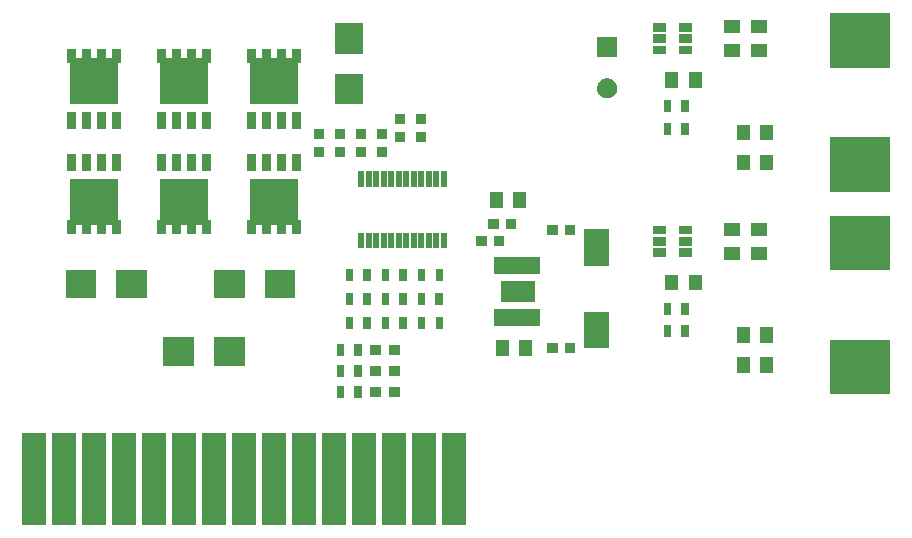
<source format=gbr>
G04 #@! TF.FileFunction,Soldermask,Top*
%FSLAX46Y46*%
G04 Gerber Fmt 4.6, Leading zero omitted, Abs format (unit mm)*
G04 Created by KiCad (PCBNEW 4.0.7) date Tuesday, March 06, 2018 'PMt' 12:34:16 PM*
%MOMM*%
%LPD*%
G01*
G04 APERTURE LIST*
%ADD10C,0.100000*%
G04 APERTURE END LIST*
D10*
G36*
X56882500Y-138480000D02*
X54877500Y-138480000D01*
X54877500Y-130760000D01*
X56882500Y-130760000D01*
X56882500Y-138480000D01*
X56882500Y-138480000D01*
G37*
G36*
X59422500Y-138480000D02*
X57417500Y-138480000D01*
X57417500Y-130760000D01*
X59422500Y-130760000D01*
X59422500Y-138480000D01*
X59422500Y-138480000D01*
G37*
G36*
X61962500Y-138480000D02*
X59957500Y-138480000D01*
X59957500Y-130760000D01*
X61962500Y-130760000D01*
X61962500Y-138480000D01*
X61962500Y-138480000D01*
G37*
G36*
X64502500Y-138480000D02*
X62497500Y-138480000D01*
X62497500Y-130760000D01*
X64502500Y-130760000D01*
X64502500Y-138480000D01*
X64502500Y-138480000D01*
G37*
G36*
X67042500Y-138480000D02*
X65037500Y-138480000D01*
X65037500Y-130760000D01*
X67042500Y-130760000D01*
X67042500Y-138480000D01*
X67042500Y-138480000D01*
G37*
G36*
X69582500Y-138480000D02*
X67577500Y-138480000D01*
X67577500Y-130760000D01*
X69582500Y-130760000D01*
X69582500Y-138480000D01*
X69582500Y-138480000D01*
G37*
G36*
X72122500Y-138480000D02*
X70117500Y-138480000D01*
X70117500Y-130760000D01*
X72122500Y-130760000D01*
X72122500Y-138480000D01*
X72122500Y-138480000D01*
G37*
G36*
X92442500Y-138480000D02*
X90437500Y-138480000D01*
X90437500Y-130760000D01*
X92442500Y-130760000D01*
X92442500Y-138480000D01*
X92442500Y-138480000D01*
G37*
G36*
X87362500Y-138480000D02*
X85357500Y-138480000D01*
X85357500Y-130760000D01*
X87362500Y-130760000D01*
X87362500Y-138480000D01*
X87362500Y-138480000D01*
G37*
G36*
X84822500Y-138480000D02*
X82817500Y-138480000D01*
X82817500Y-130760000D01*
X84822500Y-130760000D01*
X84822500Y-138480000D01*
X84822500Y-138480000D01*
G37*
G36*
X82282500Y-138480000D02*
X80277500Y-138480000D01*
X80277500Y-130760000D01*
X82282500Y-130760000D01*
X82282500Y-138480000D01*
X82282500Y-138480000D01*
G37*
G36*
X89902500Y-138480000D02*
X87897500Y-138480000D01*
X87897500Y-130760000D01*
X89902500Y-130760000D01*
X89902500Y-138480000D01*
X89902500Y-138480000D01*
G37*
G36*
X79742500Y-138480000D02*
X77737500Y-138480000D01*
X77737500Y-130760000D01*
X79742500Y-130760000D01*
X79742500Y-138480000D01*
X79742500Y-138480000D01*
G37*
G36*
X77202500Y-138480000D02*
X75197500Y-138480000D01*
X75197500Y-130760000D01*
X77202500Y-130760000D01*
X77202500Y-138480000D01*
X77202500Y-138480000D01*
G37*
G36*
X74662500Y-138480000D02*
X72657500Y-138480000D01*
X72657500Y-130760000D01*
X74662500Y-130760000D01*
X74662500Y-138480000D01*
X74662500Y-138480000D01*
G37*
G36*
X82100000Y-127754000D02*
X81500000Y-127754000D01*
X81500000Y-126754000D01*
X82100000Y-126754000D01*
X82100000Y-127754000D01*
X82100000Y-127754000D01*
G37*
G36*
X83600000Y-127754000D02*
X83000000Y-127754000D01*
X83000000Y-126754000D01*
X83600000Y-126754000D01*
X83600000Y-127754000D01*
X83600000Y-127754000D01*
G37*
G36*
X86848000Y-127704000D02*
X85948000Y-127704000D01*
X85948000Y-126804000D01*
X86848000Y-126804000D01*
X86848000Y-127704000D01*
X86848000Y-127704000D01*
G37*
G36*
X85248000Y-127704000D02*
X84348000Y-127704000D01*
X84348000Y-126804000D01*
X85248000Y-126804000D01*
X85248000Y-127704000D01*
X85248000Y-127704000D01*
G37*
G36*
X128343500Y-127438000D02*
X123243500Y-127438000D01*
X123243500Y-122838000D01*
X128343500Y-122838000D01*
X128343500Y-127438000D01*
X128343500Y-127438000D01*
G37*
G36*
X83600000Y-125976000D02*
X83000000Y-125976000D01*
X83000000Y-124976000D01*
X83600000Y-124976000D01*
X83600000Y-125976000D01*
X83600000Y-125976000D01*
G37*
G36*
X82100000Y-125976000D02*
X81500000Y-125976000D01*
X81500000Y-124976000D01*
X82100000Y-124976000D01*
X82100000Y-125976000D01*
X82100000Y-125976000D01*
G37*
G36*
X86848000Y-125926000D02*
X85948000Y-125926000D01*
X85948000Y-125026000D01*
X86848000Y-125026000D01*
X86848000Y-125926000D01*
X86848000Y-125926000D01*
G37*
G36*
X85248000Y-125926000D02*
X84348000Y-125926000D01*
X84348000Y-125026000D01*
X85248000Y-125026000D01*
X85248000Y-125926000D01*
X85248000Y-125926000D01*
G37*
G36*
X116453500Y-125643000D02*
X115353500Y-125643000D01*
X115353500Y-124293000D01*
X116453500Y-124293000D01*
X116453500Y-125643000D01*
X116453500Y-125643000D01*
G37*
G36*
X118453500Y-125643000D02*
X117353500Y-125643000D01*
X117353500Y-124293000D01*
X118453500Y-124293000D01*
X118453500Y-125643000D01*
X118453500Y-125643000D01*
G37*
G36*
X69390000Y-125025000D02*
X66790000Y-125025000D01*
X66790000Y-122625000D01*
X69390000Y-122625000D01*
X69390000Y-125025000D01*
X69390000Y-125025000D01*
G37*
G36*
X73690000Y-125025000D02*
X71090000Y-125025000D01*
X71090000Y-122625000D01*
X73690000Y-122625000D01*
X73690000Y-125025000D01*
X73690000Y-125025000D01*
G37*
G36*
X83600000Y-124198000D02*
X83000000Y-124198000D01*
X83000000Y-123198000D01*
X83600000Y-123198000D01*
X83600000Y-124198000D01*
X83600000Y-124198000D01*
G37*
G36*
X82100000Y-124198000D02*
X81500000Y-124198000D01*
X81500000Y-123198000D01*
X82100000Y-123198000D01*
X82100000Y-124198000D01*
X82100000Y-124198000D01*
G37*
G36*
X98050000Y-124175000D02*
X96950000Y-124175000D01*
X96950000Y-122825000D01*
X98050000Y-122825000D01*
X98050000Y-124175000D01*
X98050000Y-124175000D01*
G37*
G36*
X96050000Y-124175000D02*
X94950000Y-124175000D01*
X94950000Y-122825000D01*
X96050000Y-122825000D01*
X96050000Y-124175000D01*
X96050000Y-124175000D01*
G37*
G36*
X86848000Y-124148000D02*
X85948000Y-124148000D01*
X85948000Y-123248000D01*
X86848000Y-123248000D01*
X86848000Y-124148000D01*
X86848000Y-124148000D01*
G37*
G36*
X85248000Y-124148000D02*
X84348000Y-124148000D01*
X84348000Y-123248000D01*
X85248000Y-123248000D01*
X85248000Y-124148000D01*
X85248000Y-124148000D01*
G37*
G36*
X101700000Y-123925000D02*
X100800000Y-123925000D01*
X100800000Y-123075000D01*
X101700000Y-123075000D01*
X101700000Y-123925000D01*
X101700000Y-123925000D01*
G37*
G36*
X100200000Y-123925000D02*
X99300000Y-123925000D01*
X99300000Y-123075000D01*
X100200000Y-123075000D01*
X100200000Y-123925000D01*
X100200000Y-123925000D01*
G37*
G36*
X104550000Y-123550000D02*
X102450000Y-123550000D01*
X102450000Y-120450000D01*
X104550000Y-120450000D01*
X104550000Y-123550000D01*
X104550000Y-123550000D01*
G37*
G36*
X116453500Y-123103000D02*
X115353500Y-123103000D01*
X115353500Y-121753000D01*
X116453500Y-121753000D01*
X116453500Y-123103000D01*
X116453500Y-123103000D01*
G37*
G36*
X118453500Y-123103000D02*
X117353500Y-123103000D01*
X117353500Y-121753000D01*
X118453500Y-121753000D01*
X118453500Y-123103000D01*
X118453500Y-123103000D01*
G37*
G36*
X111286000Y-122610500D02*
X110686000Y-122610500D01*
X110686000Y-121610500D01*
X111286000Y-121610500D01*
X111286000Y-122610500D01*
X111286000Y-122610500D01*
G37*
G36*
X109786000Y-122610500D02*
X109186000Y-122610500D01*
X109186000Y-121610500D01*
X109786000Y-121610500D01*
X109786000Y-122610500D01*
X109786000Y-122610500D01*
G37*
G36*
X90510000Y-121912000D02*
X89910000Y-121912000D01*
X89910000Y-120912000D01*
X90510000Y-120912000D01*
X90510000Y-121912000D01*
X90510000Y-121912000D01*
G37*
G36*
X89010000Y-121912000D02*
X88410000Y-121912000D01*
X88410000Y-120912000D01*
X89010000Y-120912000D01*
X89010000Y-121912000D01*
X89010000Y-121912000D01*
G37*
G36*
X87410000Y-121912000D02*
X86810000Y-121912000D01*
X86810000Y-120912000D01*
X87410000Y-120912000D01*
X87410000Y-121912000D01*
X87410000Y-121912000D01*
G37*
G36*
X85910000Y-121912000D02*
X85310000Y-121912000D01*
X85310000Y-120912000D01*
X85910000Y-120912000D01*
X85910000Y-121912000D01*
X85910000Y-121912000D01*
G37*
G36*
X84362000Y-121912000D02*
X83762000Y-121912000D01*
X83762000Y-120912000D01*
X84362000Y-120912000D01*
X84362000Y-121912000D01*
X84362000Y-121912000D01*
G37*
G36*
X82862000Y-121912000D02*
X82262000Y-121912000D01*
X82262000Y-120912000D01*
X82862000Y-120912000D01*
X82862000Y-121912000D01*
X82862000Y-121912000D01*
G37*
G36*
X98700000Y-121700000D02*
X94800000Y-121700000D01*
X94800000Y-120200000D01*
X98700000Y-120200000D01*
X98700000Y-121700000D01*
X98700000Y-121700000D01*
G37*
G36*
X111286000Y-120705500D02*
X110686000Y-120705500D01*
X110686000Y-119705500D01*
X111286000Y-119705500D01*
X111286000Y-120705500D01*
X111286000Y-120705500D01*
G37*
G36*
X109786000Y-120705500D02*
X109186000Y-120705500D01*
X109186000Y-119705500D01*
X109786000Y-119705500D01*
X109786000Y-120705500D01*
X109786000Y-120705500D01*
G37*
G36*
X88958000Y-119880000D02*
X88358000Y-119880000D01*
X88358000Y-118880000D01*
X88958000Y-118880000D01*
X88958000Y-119880000D01*
X88958000Y-119880000D01*
G37*
G36*
X90458000Y-119880000D02*
X89858000Y-119880000D01*
X89858000Y-118880000D01*
X90458000Y-118880000D01*
X90458000Y-119880000D01*
X90458000Y-119880000D01*
G37*
G36*
X87410000Y-119880000D02*
X86810000Y-119880000D01*
X86810000Y-118880000D01*
X87410000Y-118880000D01*
X87410000Y-119880000D01*
X87410000Y-119880000D01*
G37*
G36*
X85910000Y-119880000D02*
X85310000Y-119880000D01*
X85310000Y-118880000D01*
X85910000Y-118880000D01*
X85910000Y-119880000D01*
X85910000Y-119880000D01*
G37*
G36*
X84362000Y-119880000D02*
X83762000Y-119880000D01*
X83762000Y-118880000D01*
X84362000Y-118880000D01*
X84362000Y-119880000D01*
X84362000Y-119880000D01*
G37*
G36*
X82862000Y-119880000D02*
X82262000Y-119880000D01*
X82262000Y-118880000D01*
X82862000Y-118880000D01*
X82862000Y-119880000D01*
X82862000Y-119880000D01*
G37*
G36*
X98325000Y-119625000D02*
X95375000Y-119625000D01*
X95375000Y-117875000D01*
X98325000Y-117875000D01*
X98325000Y-119625000D01*
X98325000Y-119625000D01*
G37*
G36*
X77990000Y-119310000D02*
X75390000Y-119310000D01*
X75390000Y-116910000D01*
X77990000Y-116910000D01*
X77990000Y-119310000D01*
X77990000Y-119310000D01*
G37*
G36*
X73690000Y-119310000D02*
X71090000Y-119310000D01*
X71090000Y-116910000D01*
X73690000Y-116910000D01*
X73690000Y-119310000D01*
X73690000Y-119310000D01*
G37*
G36*
X65435000Y-119310000D02*
X62835000Y-119310000D01*
X62835000Y-116910000D01*
X65435000Y-116910000D01*
X65435000Y-119310000D01*
X65435000Y-119310000D01*
G37*
G36*
X61135000Y-119310000D02*
X58535000Y-119310000D01*
X58535000Y-116910000D01*
X61135000Y-116910000D01*
X61135000Y-119310000D01*
X61135000Y-119310000D01*
G37*
G36*
X112421000Y-118658000D02*
X111321000Y-118658000D01*
X111321000Y-117308000D01*
X112421000Y-117308000D01*
X112421000Y-118658000D01*
X112421000Y-118658000D01*
G37*
G36*
X110421000Y-118658000D02*
X109321000Y-118658000D01*
X109321000Y-117308000D01*
X110421000Y-117308000D01*
X110421000Y-118658000D01*
X110421000Y-118658000D01*
G37*
G36*
X84362000Y-117848000D02*
X83762000Y-117848000D01*
X83762000Y-116848000D01*
X84362000Y-116848000D01*
X84362000Y-117848000D01*
X84362000Y-117848000D01*
G37*
G36*
X87410000Y-117848000D02*
X86810000Y-117848000D01*
X86810000Y-116848000D01*
X87410000Y-116848000D01*
X87410000Y-117848000D01*
X87410000Y-117848000D01*
G37*
G36*
X82862000Y-117848000D02*
X82262000Y-117848000D01*
X82262000Y-116848000D01*
X82862000Y-116848000D01*
X82862000Y-117848000D01*
X82862000Y-117848000D01*
G37*
G36*
X90480000Y-117848000D02*
X89880000Y-117848000D01*
X89880000Y-116848000D01*
X90480000Y-116848000D01*
X90480000Y-117848000D01*
X90480000Y-117848000D01*
G37*
G36*
X85910000Y-117848000D02*
X85310000Y-117848000D01*
X85310000Y-116848000D01*
X85910000Y-116848000D01*
X85910000Y-117848000D01*
X85910000Y-117848000D01*
G37*
G36*
X88980000Y-117848000D02*
X88380000Y-117848000D01*
X88380000Y-116848000D01*
X88980000Y-116848000D01*
X88980000Y-117848000D01*
X88980000Y-117848000D01*
G37*
G36*
X98700000Y-117300000D02*
X94800000Y-117300000D01*
X94800000Y-115800000D01*
X98700000Y-115800000D01*
X98700000Y-117300000D01*
X98700000Y-117300000D01*
G37*
G36*
X128343500Y-116938000D02*
X123243500Y-116938000D01*
X123243500Y-112338000D01*
X128343500Y-112338000D01*
X128343500Y-116938000D01*
X128343500Y-116938000D01*
G37*
G36*
X104550000Y-116550000D02*
X102450000Y-116550000D01*
X102450000Y-113450000D01*
X104550000Y-113450000D01*
X104550000Y-116550000D01*
X104550000Y-116550000D01*
G37*
G36*
X115673500Y-116040500D02*
X114323500Y-116040500D01*
X114323500Y-114940500D01*
X115673500Y-114940500D01*
X115673500Y-116040500D01*
X115673500Y-116040500D01*
G37*
G36*
X117896000Y-116040500D02*
X116546000Y-116040500D01*
X116546000Y-114940500D01*
X117896000Y-114940500D01*
X117896000Y-116040500D01*
X117896000Y-116040500D01*
G37*
G36*
X111598500Y-115815500D02*
X110438500Y-115815500D01*
X110438500Y-115065500D01*
X111598500Y-115065500D01*
X111598500Y-115815500D01*
X111598500Y-115815500D01*
G37*
G36*
X109398500Y-115815500D02*
X108238500Y-115815500D01*
X108238500Y-115065500D01*
X109398500Y-115065500D01*
X109398500Y-115815500D01*
X109398500Y-115815500D01*
G37*
G36*
X83816000Y-115070000D02*
X83316000Y-115070000D01*
X83316000Y-113770000D01*
X83816000Y-113770000D01*
X83816000Y-115070000D01*
X83816000Y-115070000D01*
G37*
G36*
X84451000Y-115070000D02*
X83951000Y-115070000D01*
X83951000Y-113770000D01*
X84451000Y-113770000D01*
X84451000Y-115070000D01*
X84451000Y-115070000D01*
G37*
G36*
X85086000Y-115070000D02*
X84586000Y-115070000D01*
X84586000Y-113770000D01*
X85086000Y-113770000D01*
X85086000Y-115070000D01*
X85086000Y-115070000D01*
G37*
G36*
X85721000Y-115070000D02*
X85221000Y-115070000D01*
X85221000Y-113770000D01*
X85721000Y-113770000D01*
X85721000Y-115070000D01*
X85721000Y-115070000D01*
G37*
G36*
X86356000Y-115070000D02*
X85856000Y-115070000D01*
X85856000Y-113770000D01*
X86356000Y-113770000D01*
X86356000Y-115070000D01*
X86356000Y-115070000D01*
G37*
G36*
X86991000Y-115070000D02*
X86491000Y-115070000D01*
X86491000Y-113770000D01*
X86991000Y-113770000D01*
X86991000Y-115070000D01*
X86991000Y-115070000D01*
G37*
G36*
X87626000Y-115070000D02*
X87126000Y-115070000D01*
X87126000Y-113770000D01*
X87626000Y-113770000D01*
X87626000Y-115070000D01*
X87626000Y-115070000D01*
G37*
G36*
X88261000Y-115070000D02*
X87761000Y-115070000D01*
X87761000Y-113770000D01*
X88261000Y-113770000D01*
X88261000Y-115070000D01*
X88261000Y-115070000D01*
G37*
G36*
X88896000Y-115070000D02*
X88396000Y-115070000D01*
X88396000Y-113770000D01*
X88896000Y-113770000D01*
X88896000Y-115070000D01*
X88896000Y-115070000D01*
G37*
G36*
X89531000Y-115070000D02*
X89031000Y-115070000D01*
X89031000Y-113770000D01*
X89531000Y-113770000D01*
X89531000Y-115070000D01*
X89531000Y-115070000D01*
G37*
G36*
X90166000Y-115070000D02*
X89666000Y-115070000D01*
X89666000Y-113770000D01*
X90166000Y-113770000D01*
X90166000Y-115070000D01*
X90166000Y-115070000D01*
G37*
G36*
X90801000Y-115070000D02*
X90301000Y-115070000D01*
X90301000Y-113770000D01*
X90801000Y-113770000D01*
X90801000Y-115070000D01*
X90801000Y-115070000D01*
G37*
G36*
X94200000Y-114925000D02*
X93300000Y-114925000D01*
X93300000Y-114075000D01*
X94200000Y-114075000D01*
X94200000Y-114925000D01*
X94200000Y-114925000D01*
G37*
G36*
X95700000Y-114925000D02*
X94800000Y-114925000D01*
X94800000Y-114075000D01*
X95700000Y-114075000D01*
X95700000Y-114925000D01*
X95700000Y-114925000D01*
G37*
G36*
X109398500Y-114865500D02*
X108238500Y-114865500D01*
X108238500Y-114115500D01*
X109398500Y-114115500D01*
X109398500Y-114865500D01*
X109398500Y-114865500D01*
G37*
G36*
X111598500Y-114865500D02*
X110438500Y-114865500D01*
X110438500Y-114115500D01*
X111598500Y-114115500D01*
X111598500Y-114865500D01*
X111598500Y-114865500D01*
G37*
G36*
X117896000Y-114040500D02*
X116546000Y-114040500D01*
X116546000Y-112940500D01*
X117896000Y-112940500D01*
X117896000Y-114040500D01*
X117896000Y-114040500D01*
G37*
G36*
X115673500Y-114040500D02*
X114323500Y-114040500D01*
X114323500Y-112940500D01*
X115673500Y-112940500D01*
X115673500Y-114040500D01*
X115673500Y-114040500D01*
G37*
G36*
X100200000Y-113925000D02*
X99300000Y-113925000D01*
X99300000Y-113075000D01*
X100200000Y-113075000D01*
X100200000Y-113925000D01*
X100200000Y-113925000D01*
G37*
G36*
X101700000Y-113925000D02*
X100800000Y-113925000D01*
X100800000Y-113075000D01*
X101700000Y-113075000D01*
X101700000Y-113925000D01*
X101700000Y-113925000D01*
G37*
G36*
X109398500Y-113915500D02*
X108238500Y-113915500D01*
X108238500Y-113165500D01*
X109398500Y-113165500D01*
X109398500Y-113915500D01*
X109398500Y-113915500D01*
G37*
G36*
X111598500Y-113915500D02*
X110438500Y-113915500D01*
X110438500Y-113165500D01*
X111598500Y-113165500D01*
X111598500Y-113915500D01*
X111598500Y-113915500D01*
G37*
G36*
X70585000Y-112675000D02*
X70586980Y-112688930D01*
X70592761Y-112701756D01*
X70601888Y-112712464D01*
X70613636Y-112720206D01*
X70627076Y-112724368D01*
X70635000Y-112725000D01*
X70840000Y-112725000D01*
X70840000Y-113845000D01*
X70130000Y-113845000D01*
X70130000Y-113185000D01*
X70128020Y-113171070D01*
X70122239Y-113158244D01*
X70113112Y-113147536D01*
X70101364Y-113139794D01*
X70087924Y-113135632D01*
X70080000Y-113135000D01*
X69620000Y-113135000D01*
X69606070Y-113136980D01*
X69593244Y-113142761D01*
X69582536Y-113151888D01*
X69574794Y-113163636D01*
X69570632Y-113177076D01*
X69570000Y-113185000D01*
X69570000Y-113845000D01*
X68860000Y-113845000D01*
X68860000Y-113185000D01*
X68858020Y-113171070D01*
X68852239Y-113158244D01*
X68843112Y-113147536D01*
X68831364Y-113139794D01*
X68817924Y-113135632D01*
X68810000Y-113135000D01*
X68350000Y-113135000D01*
X68336070Y-113136980D01*
X68323244Y-113142761D01*
X68312536Y-113151888D01*
X68304794Y-113163636D01*
X68300632Y-113177076D01*
X68300000Y-113185000D01*
X68300000Y-113845000D01*
X67590000Y-113845000D01*
X67590000Y-113185000D01*
X67588020Y-113171070D01*
X67582239Y-113158244D01*
X67573112Y-113147536D01*
X67561364Y-113139794D01*
X67547924Y-113135632D01*
X67540000Y-113135000D01*
X67080000Y-113135000D01*
X67066070Y-113136980D01*
X67053244Y-113142761D01*
X67042536Y-113151888D01*
X67034794Y-113163636D01*
X67030632Y-113177076D01*
X67030000Y-113185000D01*
X67030000Y-113845000D01*
X66320000Y-113845000D01*
X66320000Y-112725000D01*
X66525000Y-112725000D01*
X66538930Y-112723020D01*
X66551756Y-112717239D01*
X66562464Y-112708112D01*
X66570206Y-112696364D01*
X66574368Y-112682924D01*
X66575000Y-112675000D01*
X66575000Y-109225000D01*
X70585000Y-109225000D01*
X70585000Y-112675000D01*
X70585000Y-112675000D01*
G37*
G36*
X78205000Y-112675000D02*
X78206980Y-112688930D01*
X78212761Y-112701756D01*
X78221888Y-112712464D01*
X78233636Y-112720206D01*
X78247076Y-112724368D01*
X78255000Y-112725000D01*
X78460000Y-112725000D01*
X78460000Y-113845000D01*
X77750000Y-113845000D01*
X77750000Y-113185000D01*
X77748020Y-113171070D01*
X77742239Y-113158244D01*
X77733112Y-113147536D01*
X77721364Y-113139794D01*
X77707924Y-113135632D01*
X77700000Y-113135000D01*
X77240000Y-113135000D01*
X77226070Y-113136980D01*
X77213244Y-113142761D01*
X77202536Y-113151888D01*
X77194794Y-113163636D01*
X77190632Y-113177076D01*
X77190000Y-113185000D01*
X77190000Y-113845000D01*
X76480000Y-113845000D01*
X76480000Y-113185000D01*
X76478020Y-113171070D01*
X76472239Y-113158244D01*
X76463112Y-113147536D01*
X76451364Y-113139794D01*
X76437924Y-113135632D01*
X76430000Y-113135000D01*
X75970000Y-113135000D01*
X75956070Y-113136980D01*
X75943244Y-113142761D01*
X75932536Y-113151888D01*
X75924794Y-113163636D01*
X75920632Y-113177076D01*
X75920000Y-113185000D01*
X75920000Y-113845000D01*
X75210000Y-113845000D01*
X75210000Y-113185000D01*
X75208020Y-113171070D01*
X75202239Y-113158244D01*
X75193112Y-113147536D01*
X75181364Y-113139794D01*
X75167924Y-113135632D01*
X75160000Y-113135000D01*
X74700000Y-113135000D01*
X74686070Y-113136980D01*
X74673244Y-113142761D01*
X74662536Y-113151888D01*
X74654794Y-113163636D01*
X74650632Y-113177076D01*
X74650000Y-113185000D01*
X74650000Y-113845000D01*
X73940000Y-113845000D01*
X73940000Y-112725000D01*
X74145000Y-112725000D01*
X74158930Y-112723020D01*
X74171756Y-112717239D01*
X74182464Y-112708112D01*
X74190206Y-112696364D01*
X74194368Y-112682924D01*
X74195000Y-112675000D01*
X74195000Y-109225000D01*
X78205000Y-109225000D01*
X78205000Y-112675000D01*
X78205000Y-112675000D01*
G37*
G36*
X62965000Y-112675000D02*
X62966980Y-112688930D01*
X62972761Y-112701756D01*
X62981888Y-112712464D01*
X62993636Y-112720206D01*
X63007076Y-112724368D01*
X63015000Y-112725000D01*
X63220000Y-112725000D01*
X63220000Y-113845000D01*
X62510000Y-113845000D01*
X62510000Y-113185000D01*
X62508020Y-113171070D01*
X62502239Y-113158244D01*
X62493112Y-113147536D01*
X62481364Y-113139794D01*
X62467924Y-113135632D01*
X62460000Y-113135000D01*
X62000000Y-113135000D01*
X61986070Y-113136980D01*
X61973244Y-113142761D01*
X61962536Y-113151888D01*
X61954794Y-113163636D01*
X61950632Y-113177076D01*
X61950000Y-113185000D01*
X61950000Y-113845000D01*
X61240000Y-113845000D01*
X61240000Y-113185000D01*
X61238020Y-113171070D01*
X61232239Y-113158244D01*
X61223112Y-113147536D01*
X61211364Y-113139794D01*
X61197924Y-113135632D01*
X61190000Y-113135000D01*
X60730000Y-113135000D01*
X60716070Y-113136980D01*
X60703244Y-113142761D01*
X60692536Y-113151888D01*
X60684794Y-113163636D01*
X60680632Y-113177076D01*
X60680000Y-113185000D01*
X60680000Y-113845000D01*
X59970000Y-113845000D01*
X59970000Y-113185000D01*
X59968020Y-113171070D01*
X59962239Y-113158244D01*
X59953112Y-113147536D01*
X59941364Y-113139794D01*
X59927924Y-113135632D01*
X59920000Y-113135000D01*
X59460000Y-113135000D01*
X59446070Y-113136980D01*
X59433244Y-113142761D01*
X59422536Y-113151888D01*
X59414794Y-113163636D01*
X59410632Y-113177076D01*
X59410000Y-113185000D01*
X59410000Y-113845000D01*
X58700000Y-113845000D01*
X58700000Y-112725000D01*
X58905000Y-112725000D01*
X58918930Y-112723020D01*
X58931756Y-112717239D01*
X58942464Y-112708112D01*
X58950206Y-112696364D01*
X58954368Y-112682924D01*
X58955000Y-112675000D01*
X58955000Y-109225000D01*
X62965000Y-109225000D01*
X62965000Y-112675000D01*
X62965000Y-112675000D01*
G37*
G36*
X96700000Y-113425000D02*
X95800000Y-113425000D01*
X95800000Y-112575000D01*
X96700000Y-112575000D01*
X96700000Y-113425000D01*
X96700000Y-113425000D01*
G37*
G36*
X95200000Y-113425000D02*
X94300000Y-113425000D01*
X94300000Y-112575000D01*
X95200000Y-112575000D01*
X95200000Y-113425000D01*
X95200000Y-113425000D01*
G37*
G36*
X95550000Y-111675000D02*
X94450000Y-111675000D01*
X94450000Y-110325000D01*
X95550000Y-110325000D01*
X95550000Y-111675000D01*
X95550000Y-111675000D01*
G37*
G36*
X97550000Y-111675000D02*
X96450000Y-111675000D01*
X96450000Y-110325000D01*
X97550000Y-110325000D01*
X97550000Y-111675000D01*
X97550000Y-111675000D01*
G37*
G36*
X128343500Y-110293000D02*
X123243500Y-110293000D01*
X123243500Y-105693000D01*
X128343500Y-105693000D01*
X128343500Y-110293000D01*
X128343500Y-110293000D01*
G37*
G36*
X83816000Y-109870000D02*
X83316000Y-109870000D01*
X83316000Y-108570000D01*
X83816000Y-108570000D01*
X83816000Y-109870000D01*
X83816000Y-109870000D01*
G37*
G36*
X84451000Y-109870000D02*
X83951000Y-109870000D01*
X83951000Y-108570000D01*
X84451000Y-108570000D01*
X84451000Y-109870000D01*
X84451000Y-109870000D01*
G37*
G36*
X85086000Y-109870000D02*
X84586000Y-109870000D01*
X84586000Y-108570000D01*
X85086000Y-108570000D01*
X85086000Y-109870000D01*
X85086000Y-109870000D01*
G37*
G36*
X85721000Y-109870000D02*
X85221000Y-109870000D01*
X85221000Y-108570000D01*
X85721000Y-108570000D01*
X85721000Y-109870000D01*
X85721000Y-109870000D01*
G37*
G36*
X86356000Y-109870000D02*
X85856000Y-109870000D01*
X85856000Y-108570000D01*
X86356000Y-108570000D01*
X86356000Y-109870000D01*
X86356000Y-109870000D01*
G37*
G36*
X86991000Y-109870000D02*
X86491000Y-109870000D01*
X86491000Y-108570000D01*
X86991000Y-108570000D01*
X86991000Y-109870000D01*
X86991000Y-109870000D01*
G37*
G36*
X87626000Y-109870000D02*
X87126000Y-109870000D01*
X87126000Y-108570000D01*
X87626000Y-108570000D01*
X87626000Y-109870000D01*
X87626000Y-109870000D01*
G37*
G36*
X88261000Y-109870000D02*
X87761000Y-109870000D01*
X87761000Y-108570000D01*
X88261000Y-108570000D01*
X88261000Y-109870000D01*
X88261000Y-109870000D01*
G37*
G36*
X88896000Y-109870000D02*
X88396000Y-109870000D01*
X88396000Y-108570000D01*
X88896000Y-108570000D01*
X88896000Y-109870000D01*
X88896000Y-109870000D01*
G37*
G36*
X90801000Y-109870000D02*
X90301000Y-109870000D01*
X90301000Y-108570000D01*
X90801000Y-108570000D01*
X90801000Y-109870000D01*
X90801000Y-109870000D01*
G37*
G36*
X90166000Y-109870000D02*
X89666000Y-109870000D01*
X89666000Y-108570000D01*
X90166000Y-108570000D01*
X90166000Y-109870000D01*
X90166000Y-109870000D01*
G37*
G36*
X89531000Y-109870000D02*
X89031000Y-109870000D01*
X89031000Y-108570000D01*
X89531000Y-108570000D01*
X89531000Y-109870000D01*
X89531000Y-109870000D01*
G37*
G36*
X75920000Y-108505000D02*
X75210000Y-108505000D01*
X75210000Y-107135000D01*
X75920000Y-107135000D01*
X75920000Y-108505000D01*
X75920000Y-108505000D01*
G37*
G36*
X74650000Y-108505000D02*
X73940000Y-108505000D01*
X73940000Y-107135000D01*
X74650000Y-107135000D01*
X74650000Y-108505000D01*
X74650000Y-108505000D01*
G37*
G36*
X68300000Y-108505000D02*
X67590000Y-108505000D01*
X67590000Y-107135000D01*
X68300000Y-107135000D01*
X68300000Y-108505000D01*
X68300000Y-108505000D01*
G37*
G36*
X69570000Y-108505000D02*
X68860000Y-108505000D01*
X68860000Y-107135000D01*
X69570000Y-107135000D01*
X69570000Y-108505000D01*
X69570000Y-108505000D01*
G37*
G36*
X70840000Y-108505000D02*
X70130000Y-108505000D01*
X70130000Y-107135000D01*
X70840000Y-107135000D01*
X70840000Y-108505000D01*
X70840000Y-108505000D01*
G37*
G36*
X77190000Y-108505000D02*
X76480000Y-108505000D01*
X76480000Y-107135000D01*
X77190000Y-107135000D01*
X77190000Y-108505000D01*
X77190000Y-108505000D01*
G37*
G36*
X78460000Y-108505000D02*
X77750000Y-108505000D01*
X77750000Y-107135000D01*
X78460000Y-107135000D01*
X78460000Y-108505000D01*
X78460000Y-108505000D01*
G37*
G36*
X67030000Y-108505000D02*
X66320000Y-108505000D01*
X66320000Y-107135000D01*
X67030000Y-107135000D01*
X67030000Y-108505000D01*
X67030000Y-108505000D01*
G37*
G36*
X63220000Y-108505000D02*
X62510000Y-108505000D01*
X62510000Y-107135000D01*
X63220000Y-107135000D01*
X63220000Y-108505000D01*
X63220000Y-108505000D01*
G37*
G36*
X61950000Y-108505000D02*
X61240000Y-108505000D01*
X61240000Y-107135000D01*
X61950000Y-107135000D01*
X61950000Y-108505000D01*
X61950000Y-108505000D01*
G37*
G36*
X60680000Y-108505000D02*
X59970000Y-108505000D01*
X59970000Y-107135000D01*
X60680000Y-107135000D01*
X60680000Y-108505000D01*
X60680000Y-108505000D01*
G37*
G36*
X59410000Y-108505000D02*
X58700000Y-108505000D01*
X58700000Y-107135000D01*
X59410000Y-107135000D01*
X59410000Y-108505000D01*
X59410000Y-108505000D01*
G37*
G36*
X116453500Y-108498000D02*
X115353500Y-108498000D01*
X115353500Y-107148000D01*
X116453500Y-107148000D01*
X116453500Y-108498000D01*
X116453500Y-108498000D01*
G37*
G36*
X118453500Y-108498000D02*
X117353500Y-108498000D01*
X117353500Y-107148000D01*
X118453500Y-107148000D01*
X118453500Y-108498000D01*
X118453500Y-108498000D01*
G37*
G36*
X83991000Y-107372000D02*
X83141000Y-107372000D01*
X83141000Y-106472000D01*
X83991000Y-106472000D01*
X83991000Y-107372000D01*
X83991000Y-107372000D01*
G37*
G36*
X85769000Y-107372000D02*
X84919000Y-107372000D01*
X84919000Y-106472000D01*
X85769000Y-106472000D01*
X85769000Y-107372000D01*
X85769000Y-107372000D01*
G37*
G36*
X80435000Y-107372000D02*
X79585000Y-107372000D01*
X79585000Y-106472000D01*
X80435000Y-106472000D01*
X80435000Y-107372000D01*
X80435000Y-107372000D01*
G37*
G36*
X82213000Y-107372000D02*
X81363000Y-107372000D01*
X81363000Y-106472000D01*
X82213000Y-106472000D01*
X82213000Y-107372000D01*
X82213000Y-107372000D01*
G37*
G36*
X87293000Y-106102000D02*
X86443000Y-106102000D01*
X86443000Y-105202000D01*
X87293000Y-105202000D01*
X87293000Y-106102000D01*
X87293000Y-106102000D01*
G37*
G36*
X89071000Y-106102000D02*
X88221000Y-106102000D01*
X88221000Y-105202000D01*
X89071000Y-105202000D01*
X89071000Y-106102000D01*
X89071000Y-106102000D01*
G37*
G36*
X118453500Y-105958000D02*
X117353500Y-105958000D01*
X117353500Y-104608000D01*
X118453500Y-104608000D01*
X118453500Y-105958000D01*
X118453500Y-105958000D01*
G37*
G36*
X116453500Y-105958000D02*
X115353500Y-105958000D01*
X115353500Y-104608000D01*
X116453500Y-104608000D01*
X116453500Y-105958000D01*
X116453500Y-105958000D01*
G37*
G36*
X80435000Y-105872000D02*
X79585000Y-105872000D01*
X79585000Y-104972000D01*
X80435000Y-104972000D01*
X80435000Y-105872000D01*
X80435000Y-105872000D01*
G37*
G36*
X82213000Y-105872000D02*
X81363000Y-105872000D01*
X81363000Y-104972000D01*
X82213000Y-104972000D01*
X82213000Y-105872000D01*
X82213000Y-105872000D01*
G37*
G36*
X83991000Y-105872000D02*
X83141000Y-105872000D01*
X83141000Y-104972000D01*
X83991000Y-104972000D01*
X83991000Y-105872000D01*
X83991000Y-105872000D01*
G37*
G36*
X85769000Y-105872000D02*
X84919000Y-105872000D01*
X84919000Y-104972000D01*
X85769000Y-104972000D01*
X85769000Y-105872000D01*
X85769000Y-105872000D01*
G37*
G36*
X109786000Y-105465500D02*
X109186000Y-105465500D01*
X109186000Y-104465500D01*
X109786000Y-104465500D01*
X109786000Y-105465500D01*
X109786000Y-105465500D01*
G37*
G36*
X111286000Y-105465500D02*
X110686000Y-105465500D01*
X110686000Y-104465500D01*
X111286000Y-104465500D01*
X111286000Y-105465500D01*
X111286000Y-105465500D01*
G37*
G36*
X78460000Y-104955000D02*
X77750000Y-104955000D01*
X77750000Y-103585000D01*
X78460000Y-103585000D01*
X78460000Y-104955000D01*
X78460000Y-104955000D01*
G37*
G36*
X77190000Y-104955000D02*
X76480000Y-104955000D01*
X76480000Y-103585000D01*
X77190000Y-103585000D01*
X77190000Y-104955000D01*
X77190000Y-104955000D01*
G37*
G36*
X75920000Y-104955000D02*
X75210000Y-104955000D01*
X75210000Y-103585000D01*
X75920000Y-103585000D01*
X75920000Y-104955000D01*
X75920000Y-104955000D01*
G37*
G36*
X74650000Y-104955000D02*
X73940000Y-104955000D01*
X73940000Y-103585000D01*
X74650000Y-103585000D01*
X74650000Y-104955000D01*
X74650000Y-104955000D01*
G37*
G36*
X70840000Y-104955000D02*
X70130000Y-104955000D01*
X70130000Y-103585000D01*
X70840000Y-103585000D01*
X70840000Y-104955000D01*
X70840000Y-104955000D01*
G37*
G36*
X69570000Y-104955000D02*
X68860000Y-104955000D01*
X68860000Y-103585000D01*
X69570000Y-103585000D01*
X69570000Y-104955000D01*
X69570000Y-104955000D01*
G37*
G36*
X68300000Y-104955000D02*
X67590000Y-104955000D01*
X67590000Y-103585000D01*
X68300000Y-103585000D01*
X68300000Y-104955000D01*
X68300000Y-104955000D01*
G37*
G36*
X59410000Y-104955000D02*
X58700000Y-104955000D01*
X58700000Y-103585000D01*
X59410000Y-103585000D01*
X59410000Y-104955000D01*
X59410000Y-104955000D01*
G37*
G36*
X67030000Y-104955000D02*
X66320000Y-104955000D01*
X66320000Y-103585000D01*
X67030000Y-103585000D01*
X67030000Y-104955000D01*
X67030000Y-104955000D01*
G37*
G36*
X63220000Y-104955000D02*
X62510000Y-104955000D01*
X62510000Y-103585000D01*
X63220000Y-103585000D01*
X63220000Y-104955000D01*
X63220000Y-104955000D01*
G37*
G36*
X61950000Y-104955000D02*
X61240000Y-104955000D01*
X61240000Y-103585000D01*
X61950000Y-103585000D01*
X61950000Y-104955000D01*
X61950000Y-104955000D01*
G37*
G36*
X60680000Y-104955000D02*
X59970000Y-104955000D01*
X59970000Y-103585000D01*
X60680000Y-103585000D01*
X60680000Y-104955000D01*
X60680000Y-104955000D01*
G37*
G36*
X89071000Y-104602000D02*
X88221000Y-104602000D01*
X88221000Y-103702000D01*
X89071000Y-103702000D01*
X89071000Y-104602000D01*
X89071000Y-104602000D01*
G37*
G36*
X87293000Y-104602000D02*
X86443000Y-104602000D01*
X86443000Y-103702000D01*
X87293000Y-103702000D01*
X87293000Y-104602000D01*
X87293000Y-104602000D01*
G37*
G36*
X111286000Y-103560500D02*
X110686000Y-103560500D01*
X110686000Y-102560500D01*
X111286000Y-102560500D01*
X111286000Y-103560500D01*
X111286000Y-103560500D01*
G37*
G36*
X109786000Y-103560500D02*
X109186000Y-103560500D01*
X109186000Y-102560500D01*
X109786000Y-102560500D01*
X109786000Y-103560500D01*
X109786000Y-103560500D01*
G37*
G36*
X83750000Y-102900000D02*
X81350000Y-102900000D01*
X81350000Y-100300000D01*
X83750000Y-100300000D01*
X83750000Y-102900000D01*
X83750000Y-102900000D01*
G37*
G36*
X67030000Y-98905000D02*
X67031980Y-98918930D01*
X67037761Y-98931756D01*
X67046888Y-98942464D01*
X67058636Y-98950206D01*
X67072076Y-98954368D01*
X67080000Y-98955000D01*
X67540000Y-98955000D01*
X67553930Y-98953020D01*
X67566756Y-98947239D01*
X67577464Y-98938112D01*
X67585206Y-98926364D01*
X67589368Y-98912924D01*
X67590000Y-98905000D01*
X67590000Y-98245000D01*
X68300000Y-98245000D01*
X68300000Y-98905000D01*
X68301980Y-98918930D01*
X68307761Y-98931756D01*
X68316888Y-98942464D01*
X68328636Y-98950206D01*
X68342076Y-98954368D01*
X68350000Y-98955000D01*
X68810000Y-98955000D01*
X68823930Y-98953020D01*
X68836756Y-98947239D01*
X68847464Y-98938112D01*
X68855206Y-98926364D01*
X68859368Y-98912924D01*
X68860000Y-98905000D01*
X68860000Y-98245000D01*
X69570000Y-98245000D01*
X69570000Y-98905000D01*
X69571980Y-98918930D01*
X69577761Y-98931756D01*
X69586888Y-98942464D01*
X69598636Y-98950206D01*
X69612076Y-98954368D01*
X69620000Y-98955000D01*
X70080000Y-98955000D01*
X70093930Y-98953020D01*
X70106756Y-98947239D01*
X70117464Y-98938112D01*
X70125206Y-98926364D01*
X70129368Y-98912924D01*
X70130000Y-98905000D01*
X70130000Y-98245000D01*
X70840000Y-98245000D01*
X70840000Y-99365000D01*
X70635000Y-99365000D01*
X70621070Y-99366980D01*
X70608244Y-99372761D01*
X70597536Y-99381888D01*
X70589794Y-99393636D01*
X70585632Y-99407076D01*
X70585000Y-99415000D01*
X70585000Y-102865000D01*
X66575000Y-102865000D01*
X66575000Y-99415000D01*
X66573020Y-99401070D01*
X66567239Y-99388244D01*
X66558112Y-99377536D01*
X66546364Y-99369794D01*
X66532924Y-99365632D01*
X66525000Y-99365000D01*
X66320000Y-99365000D01*
X66320000Y-98245000D01*
X67030000Y-98245000D01*
X67030000Y-98905000D01*
X67030000Y-98905000D01*
G37*
G36*
X74650000Y-98905000D02*
X74651980Y-98918930D01*
X74657761Y-98931756D01*
X74666888Y-98942464D01*
X74678636Y-98950206D01*
X74692076Y-98954368D01*
X74700000Y-98955000D01*
X75160000Y-98955000D01*
X75173930Y-98953020D01*
X75186756Y-98947239D01*
X75197464Y-98938112D01*
X75205206Y-98926364D01*
X75209368Y-98912924D01*
X75210000Y-98905000D01*
X75210000Y-98245000D01*
X75920000Y-98245000D01*
X75920000Y-98905000D01*
X75921980Y-98918930D01*
X75927761Y-98931756D01*
X75936888Y-98942464D01*
X75948636Y-98950206D01*
X75962076Y-98954368D01*
X75970000Y-98955000D01*
X76430000Y-98955000D01*
X76443930Y-98953020D01*
X76456756Y-98947239D01*
X76467464Y-98938112D01*
X76475206Y-98926364D01*
X76479368Y-98912924D01*
X76480000Y-98905000D01*
X76480000Y-98245000D01*
X77190000Y-98245000D01*
X77190000Y-98905000D01*
X77191980Y-98918930D01*
X77197761Y-98931756D01*
X77206888Y-98942464D01*
X77218636Y-98950206D01*
X77232076Y-98954368D01*
X77240000Y-98955000D01*
X77700000Y-98955000D01*
X77713930Y-98953020D01*
X77726756Y-98947239D01*
X77737464Y-98938112D01*
X77745206Y-98926364D01*
X77749368Y-98912924D01*
X77750000Y-98905000D01*
X77750000Y-98245000D01*
X78460000Y-98245000D01*
X78460000Y-99365000D01*
X78255000Y-99365000D01*
X78241070Y-99366980D01*
X78228244Y-99372761D01*
X78217536Y-99381888D01*
X78209794Y-99393636D01*
X78205632Y-99407076D01*
X78205000Y-99415000D01*
X78205000Y-102865000D01*
X74195000Y-102865000D01*
X74195000Y-99415000D01*
X74193020Y-99401070D01*
X74187239Y-99388244D01*
X74178112Y-99377536D01*
X74166364Y-99369794D01*
X74152924Y-99365632D01*
X74145000Y-99365000D01*
X73940000Y-99365000D01*
X73940000Y-98245000D01*
X74650000Y-98245000D01*
X74650000Y-98905000D01*
X74650000Y-98905000D01*
G37*
G36*
X59410000Y-98905000D02*
X59411980Y-98918930D01*
X59417761Y-98931756D01*
X59426888Y-98942464D01*
X59438636Y-98950206D01*
X59452076Y-98954368D01*
X59460000Y-98955000D01*
X59920000Y-98955000D01*
X59933930Y-98953020D01*
X59946756Y-98947239D01*
X59957464Y-98938112D01*
X59965206Y-98926364D01*
X59969368Y-98912924D01*
X59970000Y-98905000D01*
X59970000Y-98245000D01*
X60680000Y-98245000D01*
X60680000Y-98905000D01*
X60681980Y-98918930D01*
X60687761Y-98931756D01*
X60696888Y-98942464D01*
X60708636Y-98950206D01*
X60722076Y-98954368D01*
X60730000Y-98955000D01*
X61190000Y-98955000D01*
X61203930Y-98953020D01*
X61216756Y-98947239D01*
X61227464Y-98938112D01*
X61235206Y-98926364D01*
X61239368Y-98912924D01*
X61240000Y-98905000D01*
X61240000Y-98245000D01*
X61950000Y-98245000D01*
X61950000Y-98905000D01*
X61951980Y-98918930D01*
X61957761Y-98931756D01*
X61966888Y-98942464D01*
X61978636Y-98950206D01*
X61992076Y-98954368D01*
X62000000Y-98955000D01*
X62460000Y-98955000D01*
X62473930Y-98953020D01*
X62486756Y-98947239D01*
X62497464Y-98938112D01*
X62505206Y-98926364D01*
X62509368Y-98912924D01*
X62510000Y-98905000D01*
X62510000Y-98245000D01*
X63220000Y-98245000D01*
X63220000Y-99365000D01*
X63015000Y-99365000D01*
X63001070Y-99366980D01*
X62988244Y-99372761D01*
X62977536Y-99381888D01*
X62969794Y-99393636D01*
X62965632Y-99407076D01*
X62965000Y-99415000D01*
X62965000Y-102865000D01*
X58955000Y-102865000D01*
X58955000Y-99415000D01*
X58953020Y-99401070D01*
X58947239Y-99388244D01*
X58938112Y-99377536D01*
X58926364Y-99369794D01*
X58912924Y-99365632D01*
X58905000Y-99365000D01*
X58700000Y-99365000D01*
X58700000Y-98245000D01*
X59410000Y-98245000D01*
X59410000Y-98905000D01*
X59410000Y-98905000D01*
G37*
G36*
X104483279Y-100694564D02*
X104646570Y-100728083D01*
X104800236Y-100792678D01*
X104938433Y-100885892D01*
X105055893Y-101004176D01*
X105148140Y-101143018D01*
X105211661Y-101297132D01*
X105243971Y-101460309D01*
X105243971Y-101460319D01*
X105244037Y-101460653D01*
X105241378Y-101651049D01*
X105241302Y-101651383D01*
X105241302Y-101651395D01*
X105204451Y-101813599D01*
X105136649Y-101965883D01*
X105040562Y-102102095D01*
X104919843Y-102217054D01*
X104779102Y-102306370D01*
X104623688Y-102366653D01*
X104459529Y-102395598D01*
X104292872Y-102392107D01*
X104130062Y-102356311D01*
X103977315Y-102289577D01*
X103840429Y-102194439D01*
X103724634Y-102074530D01*
X103634337Y-101934417D01*
X103572972Y-101779428D01*
X103542880Y-101615467D01*
X103545208Y-101448791D01*
X103579864Y-101285744D01*
X103645534Y-101132527D01*
X103739710Y-100994986D01*
X103858810Y-100878354D01*
X103998292Y-100787079D01*
X104152848Y-100724635D01*
X104316586Y-100693400D01*
X104483279Y-100694564D01*
X104483279Y-100694564D01*
G37*
G36*
X112421000Y-101513000D02*
X111321000Y-101513000D01*
X111321000Y-100163000D01*
X112421000Y-100163000D01*
X112421000Y-101513000D01*
X112421000Y-101513000D01*
G37*
G36*
X110421000Y-101513000D02*
X109321000Y-101513000D01*
X109321000Y-100163000D01*
X110421000Y-100163000D01*
X110421000Y-101513000D01*
X110421000Y-101513000D01*
G37*
G36*
X128343500Y-99793000D02*
X123243500Y-99793000D01*
X123243500Y-95193000D01*
X128343500Y-95193000D01*
X128343500Y-99793000D01*
X128343500Y-99793000D01*
G37*
G36*
X117896000Y-98895500D02*
X116546000Y-98895500D01*
X116546000Y-97795500D01*
X117896000Y-97795500D01*
X117896000Y-98895500D01*
X117896000Y-98895500D01*
G37*
G36*
X115673500Y-98895500D02*
X114323500Y-98895500D01*
X114323500Y-97795500D01*
X115673500Y-97795500D01*
X115673500Y-98895500D01*
X115673500Y-98895500D01*
G37*
G36*
X105244000Y-98894000D02*
X103544000Y-98894000D01*
X103544000Y-97194000D01*
X105244000Y-97194000D01*
X105244000Y-98894000D01*
X105244000Y-98894000D01*
G37*
G36*
X109398500Y-98670500D02*
X108238500Y-98670500D01*
X108238500Y-97920500D01*
X109398500Y-97920500D01*
X109398500Y-98670500D01*
X109398500Y-98670500D01*
G37*
G36*
X111598500Y-98670500D02*
X110438500Y-98670500D01*
X110438500Y-97920500D01*
X111598500Y-97920500D01*
X111598500Y-98670500D01*
X111598500Y-98670500D01*
G37*
G36*
X83750000Y-98600000D02*
X81350000Y-98600000D01*
X81350000Y-96000000D01*
X83750000Y-96000000D01*
X83750000Y-98600000D01*
X83750000Y-98600000D01*
G37*
G36*
X109398500Y-97720500D02*
X108238500Y-97720500D01*
X108238500Y-96970500D01*
X109398500Y-96970500D01*
X109398500Y-97720500D01*
X109398500Y-97720500D01*
G37*
G36*
X111598500Y-97720500D02*
X110438500Y-97720500D01*
X110438500Y-96970500D01*
X111598500Y-96970500D01*
X111598500Y-97720500D01*
X111598500Y-97720500D01*
G37*
G36*
X115673500Y-96895500D02*
X114323500Y-96895500D01*
X114323500Y-95795500D01*
X115673500Y-95795500D01*
X115673500Y-96895500D01*
X115673500Y-96895500D01*
G37*
G36*
X117896000Y-96895500D02*
X116546000Y-96895500D01*
X116546000Y-95795500D01*
X117896000Y-95795500D01*
X117896000Y-96895500D01*
X117896000Y-96895500D01*
G37*
G36*
X111598500Y-96770500D02*
X110438500Y-96770500D01*
X110438500Y-96020500D01*
X111598500Y-96020500D01*
X111598500Y-96770500D01*
X111598500Y-96770500D01*
G37*
G36*
X109398500Y-96770500D02*
X108238500Y-96770500D01*
X108238500Y-96020500D01*
X109398500Y-96020500D01*
X109398500Y-96770500D01*
X109398500Y-96770500D01*
G37*
M02*

</source>
